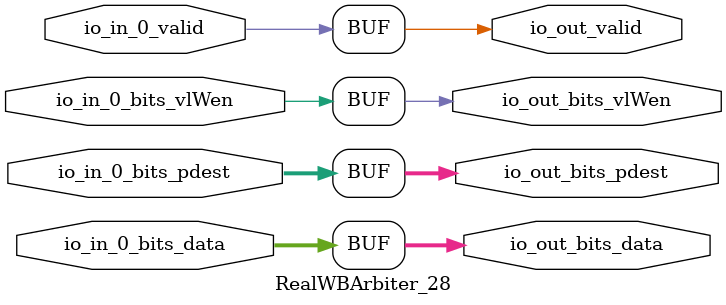
<source format=v>
module RealWBArbiter_28(
  input        io_in_0_valid,
  input        io_in_0_bits_vlWen,
  input  [4:0] io_in_0_bits_pdest,
  input  [7:0] io_in_0_bits_data,
  output       io_out_valid,
  output       io_out_bits_vlWen,
  output [4:0] io_out_bits_pdest,
  output [7:0] io_out_bits_data
);

  assign io_out_valid = io_in_0_valid;
  assign io_out_bits_vlWen = io_in_0_bits_vlWen;
  assign io_out_bits_pdest = io_in_0_bits_pdest;
  assign io_out_bits_data = io_in_0_bits_data;
endmodule


</source>
